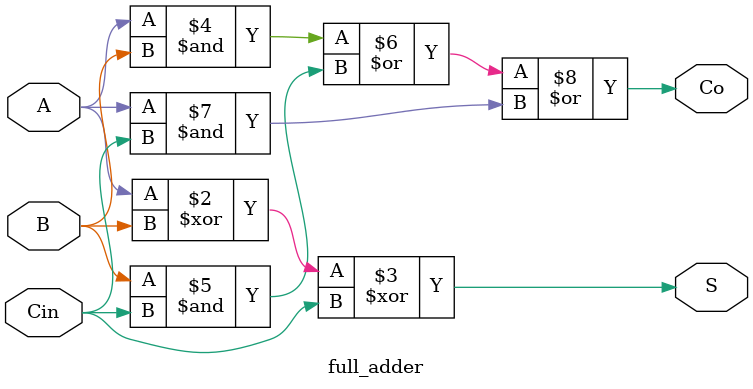
<source format=v>
module full_adder(
    A,
    B,
    Cin,
    S,
    Co
);

    input A,B,Cin;
    output reg S, Co;

    always @(*) begin
        S <= A ^ B ^ Cin;
        Co <= A&B | B&Cin| A&Cin;
        //{Co, S} = A + B + Cin;
    end

endmodule
</source>
